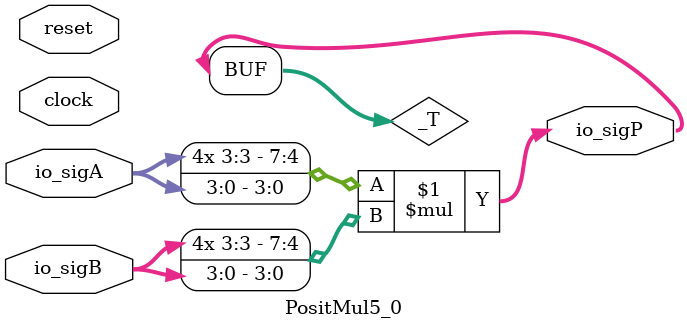
<source format=v>
module PositMul5_0(
  input        clock,
  input        reset,
  input  [3:0] io_sigA,
  input  [3:0] io_sigB,
  output [7:0] io_sigP
);
  wire [7:0] _T; // @[PositMul.scala 17:26]
  assign _T = $signed(io_sigA) * $signed(io_sigB); // @[PositMul.scala 17:26]
  assign io_sigP = $unsigned(_T); // @[PositMul.scala 17:13]
endmodule

</source>
